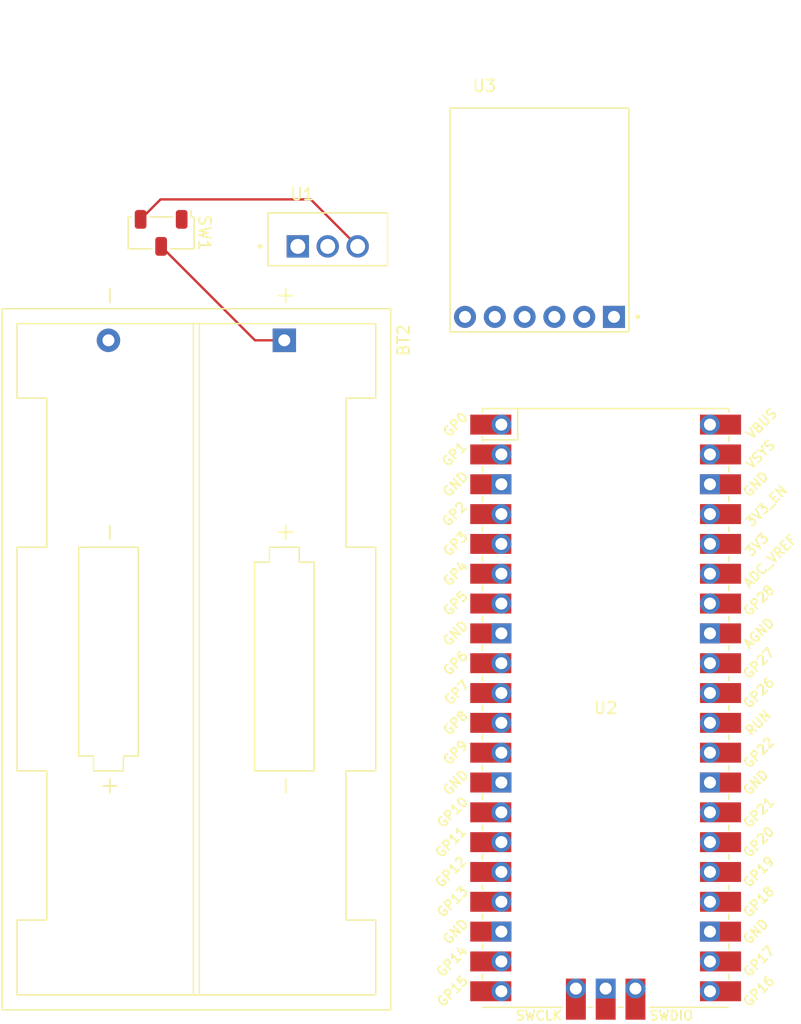
<source format=kicad_pcb>
(kicad_pcb (version 20241229) (generator "pcbnew") (generator_version "9.0")
  (layers (0 "F.Cu" signal) (2 "B.Cu" signal) (13 "F.Paste" user) (15 "B.Paste" user) (5 "F.SilkS" user "F.Silkscreen") (7 "B.SilkS" user "B.Silkscreen") (1 "F.Mask" user) (3 "B.Mask" user) (25 "Edge.Cuts" user))
  (net 0 "")
  (net 1 "Net-(BT2-+)")
  (net 3 "Net-(SW1-A)")
  (net 4 "GND")
  (net 5 "/MCURX")
  (net 6 "/MCUTX")
  (net 8 "/3.3 V")
  (net 9 "Net-(BT1-+)")
  (net 16 "/SCL")
  (net 17 "/SDA")
  (net 22 "/DEBUG2")
  (net 24 "/DEBUG3")
  (net 43 "/DEBUG1")
  (net 44 "/FLIGHTLED")
  (footprint "Trantor:TO255P1020X450X1968-3" (layer "F.Cu") (at 118.7 42.895)
    (property "Reference" "U1" (at -2.175 -3.84 0) (layer "F.SilkS"))
    (property "Value" "LD1117V33")
    (fp_line (start -5.1 -2.25) (end 5.1 -2.25) (stroke (width 0.127)) (layer "F.SilkS"))
    (fp_line (start -5.1 2.25) (end -5.1 -2.25) (stroke (width 0.127)) (layer "F.SilkS"))
    (fp_line (start 5.1 -2.25) (end 5.1 2.25) (stroke (width 0.127)) (layer "F.SilkS"))
    (fp_line (start 5.1 2.25) (end -5.1 2.25) (stroke (width 0.127)) (layer "F.SilkS"))
    (fp_circle (center -5.75 0.605) (end -5.65 0.605) (stroke (width 0.2)) (fill no) (layer "F.SilkS"))
    (pad "1" thru_hole rect (at -2.55 0.605) (size 1.91 1.91) (drill 1.27) (layers "*.Cu" "*.Mask") (net 4 "GND"))
    (pad "2" thru_hole circle (at 0 0.605) (size 1.91 1.91) (drill 1.27) (layers "*.Cu" "*.Mask") (net 8 "/3.3 V"))
    (pad "3" thru_hole circle (at 2.55 0.605) (size 1.91 1.91) (drill 1.27) (layers "*.Cu" "*.Mask") (net 3 "Net-(SW1-A)"))
  )
  (footprint "Button_Switch_SMD:Nidec_Copal_CAS-120A" (layer "F.Cu") (at 104.5 42.35 -90)
    (property "Reference" "SW1" (at 0 -3.7 270) (layer "F.SilkS"))
    (property "Value" "SW_Nidec_CAS-120A1")
    (fp_line (start -1.36 2.81) (end -1.36 2.55) (stroke (width 0.12)) (layer "F.SilkS"))
    (fp_line (start 1.35 2.81) (end -1.35 2.81) (stroke (width 0.12)) (layer "F.SilkS"))
    (fp_line (start 1.36 0.8) (end 1.36 2.81) (stroke (width 0.12)) (layer "F.SilkS"))
    (fp_line (start -1.36 -0.98) (end -1.36 0.98) (stroke (width 0.12)) (layer "F.SilkS"))
    (fp_line (start -1.36 -2.55) (end -1.9 -2.55) (stroke (width 0.12)) (layer "F.SilkS"))
    (fp_line (start -1.36 -2.55) (end -1.36 -2.8) (stroke (width 0.12)) (layer "F.SilkS"))
    (fp_line (start -1.36 -2.81) (end 1.36 -2.81) (stroke (width 0.12)) (layer "F.SilkS"))
    (fp_line (start 1.36 -2.81) (end 1.36 -0.8) (stroke (width 0.12)) (layer "F.SilkS"))
    (pad "1" smd roundrect (at -1.15 -1.75 180) (size 1 1.6) (layers "F.Cu" "F.Mask" "F.Paste"))
    (pad "2" smd roundrect (at 1.15 0 180) (size 1 1.6) (layers "F.Cu" "F.Mask" "F.Paste") (net 1 "Net-(BT2-+)"))
    (pad "3" smd roundrect (at -1.15 1.75 180) (size 1 1.6) (layers "F.Cu" "F.Mask" "F.Paste") (net 3 "Net-(SW1-A)"))
  )
  (footprint "Trantor:MODULE_DEV-13712" (layer "F.Cu") (at 136.75 41.25)
    (property "Reference" "U3" (at -4.695 -11.41 0) (layer "F.SilkS"))
    (property "Value" "DEV-13712")
    (fp_line (start -7.62 -9.525) (end 7.62 -9.525) (stroke (width 0.127)) (layer "F.SilkS"))
    (fp_line (start -7.62 9.525) (end -7.62 -9.525) (stroke (width 0.127)) (layer "F.SilkS"))
    (fp_line (start 7.62 -9.525) (end 7.62 9.525) (stroke (width 0.127)) (layer "F.SilkS"))
    (fp_line (start 7.62 9.525) (end -7.62 9.525) (stroke (width 0.127)) (layer "F.SilkS"))
    (fp_circle (center 8.37 8.255) (end 8.47 8.255) (stroke (width 0.2)) (fill no) (layer "F.SilkS"))
    (pad "1" thru_hole rect (at 6.35 8.255) (size 1.8796 1.8796) (drill 1.016) (layers "*.Cu" "*.Mask"))
    (pad "2" thru_hole circle (at 3.81 8.255) (size 1.8796 1.8796) (drill 1.016) (layers "*.Cu" "*.Mask") (net 4 "GND"))
    (pad "3" thru_hole circle (at 1.27 8.255) (size 1.8796 1.8796) (drill 1.016) (layers "*.Cu" "*.Mask") (net 8 "/3.3 V"))
    (pad "4" thru_hole circle (at -1.27 8.255) (size 1.8796 1.8796) (drill 1.016) (layers "*.Cu" "*.Mask") (net 5 "/MCURX"))
    (pad "5" thru_hole circle (at -3.81 8.255) (size 1.8796 1.8796) (drill 1.016) (layers "*.Cu" "*.Mask") (net 6 "/MCUTX"))
    (pad "6" thru_hole circle (at -6.35 8.255) (size 1.8796 1.8796) (drill 1.016) (layers "*.Cu" "*.Mask") (net 4 "GND"))
  )
  (footprint "Trantor:RPi_Pico_SMD_TH" (layer "F.Cu") (at 142.39 82.81)
    (property "Reference" "U2" (at 0 0 0) (layer "F.SilkS"))
    (property "Value" "Pico 2")
    (fp_line (start -10.5 -25.5) (end -10.5 -25.2) (stroke (width 0.12)) (layer "F.SilkS"))
    (fp_line (start -10.5 -25.5) (end 10.5 -25.5) (stroke (width 0.12)) (layer "F.SilkS"))
    (fp_line (start -10.5 -23.1) (end -10.5 -22.7) (stroke (width 0.12)) (layer "F.SilkS"))
    (fp_line (start -10.5 -22.833) (end -7.493 -22.833) (stroke (width 0.12)) (layer "F.SilkS"))
    (fp_line (start -10.5 -20.5) (end -10.5 -20.1) (stroke (width 0.12)) (layer "F.SilkS"))
    (fp_line (start -10.5 -18) (end -10.5 -17.6) (stroke (width 0.12)) (layer "F.SilkS"))
    (fp_line (start -10.5 -15.4) (end -10.5 -15) (stroke (width 0.12)) (layer "F.SilkS"))
    (fp_line (start -10.5 -12.9) (end -10.5 -12.5) (stroke (width 0.12)) (layer "F.SilkS"))
    (fp_line (start -10.5 -10.4) (end -10.5 -10) (stroke (width 0.12)) (layer "F.SilkS"))
    (fp_line (start -10.5 -7.8) (end -10.5 -7.4) (stroke (width 0.12)) (layer "F.SilkS"))
    (fp_line (start -10.5 -5.3) (end -10.5 -4.9) (stroke (width 0.12)) (layer "F.SilkS"))
    (fp_line (start -10.5 -2.7) (end -10.5 -2.3) (stroke (width 0.12)) (layer "F.SilkS"))
    (fp_line (start -10.5 -0.2) (end -10.5 0.2) (stroke (width 0.12)) (layer "F.SilkS"))
    (fp_line (start -10.5 2.3) (end -10.5 2.7) (stroke (width 0.12)) (layer "F.SilkS"))
    (fp_line (start -10.5 4.9) (end -10.5 5.3) (stroke (width 0.12)) (layer "F.SilkS"))
    (fp_line (start -10.5 7.4) (end -10.5 7.8) (stroke (width 0.12)) (layer "F.SilkS"))
    (fp_line (start -10.5 10) (end -10.5 10.4) (stroke (width 0.12)) (layer "F.SilkS"))
    (fp_line (start -10.5 12.5) (end -10.5 12.9) (stroke (width 0.12)) (layer "F.SilkS"))
    (fp_line (start -10.5 15.1) (end -10.5 15.5) (stroke (width 0.12)) (layer "F.SilkS"))
    (fp_line (start -10.5 17.6) (end -10.5 18) (stroke (width 0.12)) (layer "F.SilkS"))
    (fp_line (start -10.5 20.1) (end -10.5 20.5) (stroke (width 0.12)) (layer "F.SilkS"))
    (fp_line (start -10.5 22.7) (end -10.5 23.1) (stroke (width 0.12)) (layer "F.SilkS"))
    (fp_line (start -7.493 -22.833) (end -7.493 -25.5) (stroke (width 0.12)) (layer "F.SilkS"))
    (fp_line (start -3.7 25.5) (end -10.5 25.5) (stroke (width 0.12)) (layer "F.SilkS"))
    (fp_line (start -1.5 25.5) (end -1.1 25.5) (stroke (width 0.12)) (layer "F.SilkS"))
    (fp_line (start 1.1 25.5) (end 1.5 25.5) (stroke (width 0.12)) (layer "F.SilkS"))
    (fp_line (start 10.5 -25.5) (end 10.5 -25.2) (stroke (width 0.12)) (layer "F.SilkS"))
    (fp_line (start 10.5 -23.1) (end 10.5 -22.7) (stroke (width 0.12)) (layer "F.SilkS"))
    (fp_line (start 10.5 -20.5) (end 10.5 -20.1) (stroke (width 0.12)) (layer "F.SilkS"))
    (fp_line (start 10.5 -18) (end 10.5 -17.6) (stroke (width 0.12)) (layer "F.SilkS"))
    (fp_line (start 10.5 -15.4) (end 10.5 -15) (stroke (width 0.12)) (layer "F.SilkS"))
    (fp_line (start 10.5 -12.9) (end 10.5 -12.5) (stroke (width 0.12)) (layer "F.SilkS"))
    (fp_line (start 10.5 -10.4) (end 10.5 -10) (stroke (width 0.12)) (layer "F.SilkS"))
    (fp_line (start 10.5 -7.8) (end 10.5 -7.4) (stroke (width 0.12)) (layer "F.SilkS"))
    (fp_line (start 10.5 -5.3) (end 10.5 -4.9) (stroke (width 0.12)) (layer "F.SilkS"))
    (fp_line (start 10.5 -2.7) (end 10.5 -2.3) (stroke (width 0.12)) (layer "F.SilkS"))
    (fp_line (start 10.5 -0.2) (end 10.5 0.2) (stroke (width 0.12)) (layer "F.SilkS"))
    (fp_line (start 10.5 2.3) (end 10.5 2.7) (stroke (width 0.12)) (layer "F.SilkS"))
    (fp_line (start 10.5 4.9) (end 10.5 5.3) (stroke (width 0.12)) (layer "F.SilkS"))
    (fp_line (start 10.5 7.4) (end 10.5 7.8) (stroke (width 0.12)) (layer "F.SilkS"))
    (fp_line (start 10.5 10) (end 10.5 10.4) (stroke (width 0.12)) (layer "F.SilkS"))
    (fp_line (start 10.5 12.5) (end 10.5 12.9) (stroke (width 0.12)) (layer "F.SilkS"))
    (fp_line (start 10.5 15.1) (end 10.5 15.5) (stroke (width 0.12)) (layer "F.SilkS"))
    (fp_line (start 10.5 17.6) (end 10.5 18) (stroke (width 0.12)) (layer "F.SilkS"))
    (fp_line (start 10.5 20.1) (end 10.5 20.5) (stroke (width 0.12)) (layer "F.SilkS"))
    (fp_line (start 10.5 22.7) (end 10.5 23.1) (stroke (width 0.12)) (layer "F.SilkS"))
    (fp_line (start 10.5 25.5) (end 3.7 25.5) (stroke (width 0.12)) (layer "F.SilkS"))
    (fp_text user "3V3_EN" (at 13.7 -17.2 45) (layer "F.SilkS") (effects (font (size 0.8 0.8))))
    (fp_text user "GP19" (at 13.054 13.97 45) (layer "F.SilkS") (effects (font (size 0.8 0.8))))
    (fp_text user "AGND" (at 13.054 -6.35 45) (layer "F.SilkS") (effects (font (size 0.8 0.8))))
    (fp_text user "GP3" (at -12.8 -13.97 45) (layer "F.SilkS") (effects (font (size 0.8 0.8))))
    (fp_text user "GP1" (at -12.9 -21.6 45) (layer "F.SilkS") (effects (font (size 0.8 0.8))))
    (fp_text user "GND" (at -12.8 19.05 45) (layer "F.SilkS") (effects (font (size 0.8 0.8))))
    (fp_text user "GP14" (at -13.1 21.59 45) (layer "F.SilkS") (effects (font (size 0.8 0.8))))
    (fp_text user "GP9" (at -12.8 3.81 45) (layer "F.SilkS") (effects (font (size 0.8 0.8))))
    (fp_text user "SWCLK" (at -5.7 26.2 0) (layer "F.SilkS") (effects (font (size 0.8 0.8))))
    (fp_text user "VBUS" (at 13.3 -24.2 45) (layer "F.SilkS") (effects (font (size 0.8 0.8))))
    (fp_text user "GP2" (at -12.9 -16.51 45) (layer "F.SilkS") (effects (font (size 0.8 0.8))))
    (fp_text user "GP16" (at 13.054 24.13 45) (layer "F.SilkS") (effects (font (size 0.8 0.8))))
    (fp_text user "GND" (at 12.8 19.05 45) (layer "F.SilkS") (effects (font (size 0.8 0.8))))
    (fp_text user "GP18" (at 13.054 16.51 45) (layer "F.SilkS") (effects (font (size 0.8 0.8))))
    (fp_text user "GP27" (at 13.054 -3.8 45) (layer "F.SilkS") (effects (font (size 0.8 0.8))))
    (fp_text user "GP11" (at -13.2 11.43 45) (layer "F.SilkS") (effects (font (size 0.8 0.8))))
    (fp_text user "ADC_VREF" (at 14 -12.5 45) (layer "F.SilkS") (effects (font (size 0.8 0.8))))
    (fp_text user "GP15" (at -13.054 24.13 45) (layer "F.SilkS") (effects (font (size 0.8 0.8))))
    (fp_text user "GND" (at -12.8 6.35 45) (layer "F.SilkS") (effects (font (size 0.8 0.8))))
    (fp_text user "GND" (at -12.8 -6.35 45) (layer "F.SilkS") (effects (font (size 0.8 0.8))))
    (fp_text user "SWDIO" (at 5.6 26.2 0) (layer "F.SilkS") (effects (font (size 0.8 0.8))))
    (fp_text user "VSYS" (at 13.2 -21.59 45) (layer "F.SilkS") (effects (font (size 0.8 0.8))))
    (fp_text user "GP20" (at 13.054 11.43 45) (layer "F.SilkS") (effects (font (size 0.8 0.8))))
    (fp_text user "GP28" (at 13.054 -9.144 45) (layer "F.SilkS") (effects (font (size 0.8 0.8))))
    (fp_text user "GP6" (at -12.8 -3.81 45) (layer "F.SilkS") (effects (font (size 0.8 0.8))))
    (fp_text user "GP21" (at 13.054 8.9 45) (layer "F.SilkS") (effects (font (size 0.8 0.8))))
    (fp_text user "GP22" (at 13.054 3.81 45) (layer "F.SilkS") (effects (font (size 0.8 0.8))))
    (fp_text user "GP10" (at -13.054 8.89 45) (layer "F.SilkS") (effects (font (size 0.8 0.8))))
    (fp_text user "GP5" (at -12.8 -8.89 45) (layer "F.SilkS") (effects (font (size 0.8 0.8))))
    (fp_text user "GP4" (at -12.8 -11.43 45) (layer "F.SilkS") (effects (font (size 0.8 0.8))))
    (fp_text user "GP12" (at -13.2 13.97 45) (layer "F.SilkS") (effects (font (size 0.8 0.8))))
    (fp_text user "GP26" (at 13.054 -1.27 45) (layer "F.SilkS") (effects (font (size 0.8 0.8))))
    (fp_text user "GND" (at 12.8 -19.05 45) (layer "F.SilkS") (effects (font (size 0.8 0.8))))
    (fp_text user "3V3" (at 12.9 -13.9 45) (layer "F.SilkS") (effects (font (size 0.8 0.8))))
    (fp_text user "GND" (at -12.8 -19.05 45) (layer "F.SilkS") (effects (font (size 0.8 0.8))))
    (fp_text user "GP0" (at -12.8 -24.13 45) (layer "F.SilkS") (effects (font (size 0.8 0.8))))
    (fp_text user "GP8" (at -12.8 1.27 45) (layer "F.SilkS") (effects (font (size 0.8 0.8))))
    (fp_text user "GP17" (at 13.054 21.59 45) (layer "F.SilkS") (effects (font (size 0.8 0.8))))
    (fp_text user "GP7" (at -12.7 -1.3 45) (layer "F.SilkS") (effects (font (size 0.8 0.8))))
    (fp_text user "RUN" (at 13 1.27 45) (layer "F.SilkS") (effects (font (size 0.8 0.8))))
    (fp_text user "GND" (at 12.8 6.35 45) (layer "F.SilkS") (effects (font (size 0.8 0.8))))
    (fp_text user "GP13" (at -13.054 16.51 45) (layer "F.SilkS") (effects (font (size 0.8 0.8))))
    (pad "" np_thru_hole oval (at -2.725 -24) (size 1.8 1.8) (drill 1.8) (layers "*.Cu" "*.Mask"))
    (pad "" np_thru_hole oval (at -2.425 -20.97) (size 1.5 1.5) (drill 1.5) (layers "*.Cu" "*.Mask"))
    (pad "" np_thru_hole oval (at 2.425 -20.97) (size 1.5 1.5) (drill 1.5) (layers "*.Cu" "*.Mask"))
    (pad "" np_thru_hole oval (at 2.725 -24) (size 1.8 1.8) (drill 1.8) (layers "*.Cu" "*.Mask"))
    (pad "1" thru_hole oval (at -8.89 -24.13) (size 1.7 1.7) (drill 1.02) (layers "*.Cu" "*.Mask") (net 6 "/MCUTX"))
    (pad "1" smd rect (at -8.89 -24.13) (size 3.5 1.7) (drill (offset -0.9 0)) (layers "F.Cu" "F.Mask") (net 6 "/MCUTX"))
    (pad "2" thru_hole oval (at -8.89 -21.59) (size 1.7 1.7) (drill 1.02) (layers "*.Cu" "*.Mask") (net 5 "/MCURX"))
    (pad "2" smd rect (at -8.89 -21.59) (size 3.5 1.7) (drill (offset -0.9 0)) (layers "F.Cu" "F.Mask") (net 5 "/MCURX"))
    (pad "3" thru_hole rect (at -8.89 -19.05) (size 1.7 1.7) (drill 1.02) (layers "*.Cu" "*.Mask") (net 4 "GND"))
    (pad "3" smd rect (at -8.89 -19.05) (size 3.5 1.7) (drill (offset -0.9 0)) (layers "F.Cu" "F.Mask") (net 4 "GND"))
    (pad "4" thru_hole oval (at -8.89 -16.51) (size 1.7 1.7) (drill 1.02) (layers "*.Cu" "*.Mask"))
    (pad "4" smd rect (at -8.89 -16.51) (size 3.5 1.7) (drill (offset -0.9 0)) (layers "F.Cu" "F.Mask"))
    (pad "5" thru_hole oval (at -8.89 -13.97) (size 1.7 1.7) (drill 1.02) (layers "*.Cu" "*.Mask"))
    (pad "5" smd rect (at -8.89 -13.97) (size 3.5 1.7) (drill (offset -0.9 0)) (layers "F.Cu" "F.Mask"))
    (pad "6" thru_hole oval (at -8.89 -11.43) (size 1.7 1.7) (drill 1.02) (layers "*.Cu" "*.Mask") (net 17 "/SDA"))
    (pad "6" smd rect (at -8.89 -11.43) (size 3.5 1.7) (drill (offset -0.9 0)) (layers "F.Cu" "F.Mask") (net 17 "/SDA"))
    (pad "7" thru_hole oval (at -8.89 -8.89) (size 1.7 1.7) (drill 1.02) (layers "*.Cu" "*.Mask") (net 16 "/SCL"))
    (pad "7" smd rect (at -8.89 -8.89) (size 3.5 1.7) (drill (offset -0.9 0)) (layers "F.Cu" "F.Mask") (net 16 "/SCL"))
    (pad "8" thru_hole rect (at -8.89 -6.35) (size 1.7 1.7) (drill 1.02) (layers "*.Cu" "*.Mask"))
    (pad "8" smd rect (at -8.89 -6.35) (size 3.5 1.7) (drill (offset -0.9 0)) (layers "F.Cu" "F.Mask"))
    (pad "9" thru_hole oval (at -8.89 -3.81) (size 1.7 1.7) (drill 1.02) (layers "*.Cu" "*.Mask"))
    (pad "9" smd rect (at -8.89 -3.81) (size 3.5 1.7) (drill (offset -0.9 0)) (layers "F.Cu" "F.Mask"))
    (pad "10" thru_hole oval (at -8.89 -1.27) (size 1.7 1.7) (drill 1.02) (layers "*.Cu" "*.Mask"))
    (pad "10" smd rect (at -8.89 -1.27) (size 3.5 1.7) (drill (offset -0.9 0)) (layers "F.Cu" "F.Mask"))
    (pad "11" thru_hole oval (at -8.89 1.27) (size 1.7 1.7) (drill 1.02) (layers "*.Cu" "*.Mask"))
    (pad "11" smd rect (at -8.89 1.27) (size 3.5 1.7) (drill (offset -0.9 0)) (layers "F.Cu" "F.Mask"))
    (pad "12" thru_hole oval (at -8.89 3.81) (size 1.7 1.7) (drill 1.02) (layers "*.Cu" "*.Mask"))
    (pad "12" smd rect (at -8.89 3.81) (size 3.5 1.7) (drill (offset -0.9 0)) (layers "F.Cu" "F.Mask"))
    (pad "13" thru_hole rect (at -8.89 6.35) (size 1.7 1.7) (drill 1.02) (layers "*.Cu" "*.Mask"))
    (pad "13" smd rect (at -8.89 6.35) (size 3.5 1.7) (drill (offset -0.9 0)) (layers "F.Cu" "F.Mask"))
    (pad "14" thru_hole oval (at -8.89 8.89) (size 1.7 1.7) (drill 1.02) (layers "*.Cu" "*.Mask"))
    (pad "14" smd rect (at -8.89 8.89) (size 3.5 1.7) (drill (offset -0.9 0)) (layers "F.Cu" "F.Mask"))
    (pad "15" thru_hole oval (at -8.89 11.43) (size 1.7 1.7) (drill 1.02) (layers "*.Cu" "*.Mask"))
    (pad "15" smd rect (at -8.89 11.43) (size 3.5 1.7) (drill (offset -0.9 0)) (layers "F.Cu" "F.Mask"))
    (pad "16" thru_hole oval (at -8.89 13.97) (size 1.7 1.7) (drill 1.02) (layers "*.Cu" "*.Mask"))
    (pad "16" smd rect (at -8.89 13.97) (size 3.5 1.7) (drill (offset -0.9 0)) (layers "F.Cu" "F.Mask"))
    (pad "17" thru_hole oval (at -8.89 16.51) (size 1.7 1.7) (drill 1.02) (layers "*.Cu" "*.Mask"))
    (pad "17" smd rect (at -8.89 16.51) (size 3.5 1.7) (drill (offset -0.9 0)) (layers "F.Cu" "F.Mask"))
    (pad "18" thru_hole rect (at -8.89 19.05) (size 1.7 1.7) (drill 1.02) (layers "*.Cu" "*.Mask"))
    (pad "18" smd rect (at -8.89 19.05) (size 3.5 1.7) (drill (offset -0.9 0)) (layers "F.Cu" "F.Mask"))
    (pad "19" thru_hole oval (at -8.89 21.59) (size 1.7 1.7) (drill 1.02) (layers "*.Cu" "*.Mask"))
    (pad "19" smd rect (at -8.89 21.59) (size 3.5 1.7) (drill (offset -0.9 0)) (layers "F.Cu" "F.Mask"))
    (pad "20" thru_hole oval (at -8.89 24.13) (size 1.7 1.7) (drill 1.02) (layers "*.Cu" "*.Mask"))
    (pad "20" smd rect (at -8.89 24.13) (size 3.5 1.7) (drill (offset -0.9 0)) (layers "F.Cu" "F.Mask"))
    (pad "21" thru_hole oval (at 8.89 24.13) (size 1.7 1.7) (drill 1.02) (layers "*.Cu" "*.Mask"))
    (pad "21" smd rect (at 8.89 24.13) (size 3.5 1.7) (drill (offset 0.9 0)) (layers "F.Cu" "F.Mask"))
    (pad "22" thru_hole oval (at 8.89 21.59) (size 1.7 1.7) (drill 1.02) (layers "*.Cu" "*.Mask"))
    (pad "22" smd rect (at 8.89 21.59) (size 3.5 1.7) (drill (offset 0.9 0)) (layers "F.Cu" "F.Mask"))
    (pad "23" thru_hole rect (at 8.89 19.05) (size 1.7 1.7) (drill 1.02) (layers "*.Cu" "*.Mask"))
    (pad "23" smd rect (at 8.89 19.05) (size 3.5 1.7) (drill (offset 0.9 0)) (layers "F.Cu" "F.Mask"))
    (pad "24" thru_hole oval (at 8.89 16.51) (size 1.7 1.7) (drill 1.02) (layers "*.Cu" "*.Mask") (net 44 "/FLIGHTLED"))
    (pad "24" smd rect (at 8.89 16.51) (size 3.5 1.7) (drill (offset 0.9 0)) (layers "F.Cu" "F.Mask") (net 44 "/FLIGHTLED"))
    (pad "25" thru_hole oval (at 8.89 13.97) (size 1.7 1.7) (drill 1.02) (layers "*.Cu" "*.Mask") (net 24 "/DEBUG3"))
    (pad "25" smd rect (at 8.89 13.97) (size 3.5 1.7) (drill (offset 0.9 0)) (layers "F.Cu" "F.Mask") (net 24 "/DEBUG3"))
    (pad "26" thru_hole oval (at 8.89 11.43) (size 1.7 1.7) (drill 1.02) (layers "*.Cu" "*.Mask") (net 22 "/DEBUG2"))
    (pad "26" smd rect (at 8.89 11.43) (size 3.5 1.7) (drill (offset 0.9 0)) (layers "F.Cu" "F.Mask") (net 22 "/DEBUG2"))
    (pad "27" thru_hole oval (at 8.89 8.89) (size 1.7 1.7) (drill 1.02) (layers "*.Cu" "*.Mask") (net 43 "/DEBUG1"))
    (pad "27" smd rect (at 8.89 8.89) (size 3.5 1.7) (drill (offset 0.9 0)) (layers "F.Cu" "F.Mask") (net 43 "/DEBUG1"))
    (pad "28" thru_hole rect (at 8.89 6.35) (size 1.7 1.7) (drill 1.02) (layers "*.Cu" "*.Mask"))
    (pad "28" smd rect (at 8.89 6.35) (size 3.5 1.7) (drill (offset 0.9 0)) (layers "F.Cu" "F.Mask"))
    (pad "29" thru_hole oval (at 8.89 3.81) (size 1.7 1.7) (drill 1.02) (layers "*.Cu" "*.Mask"))
    (pad "29" smd rect (at 8.89 3.81) (size 3.5 1.7) (drill (offset 0.9 0)) (layers "F.Cu" "F.Mask"))
    (pad "30" thru_hole oval (at 8.89 1.27) (size 1.7 1.7) (drill 1.02) (layers "*.Cu" "*.Mask"))
    (pad "30" smd rect (at 8.89 1.27) (size 3.5 1.7) (drill (offset 0.9 0)) (layers "F.Cu" "F.Mask"))
    (pad "31" thru_hole oval (at 8.89 -1.27) (size 1.7 1.7) (drill 1.02) (layers "*.Cu" "*.Mask"))
    (pad "31" smd rect (at 8.89 -1.27) (size 3.5 1.7) (drill (offset 0.9 0)) (layers "F.Cu" "F.Mask"))
    (pad "32" thru_hole oval (at 8.89 -3.81) (size 1.7 1.7) (drill 1.02) (layers "*.Cu" "*.Mask"))
    (pad "32" smd rect (at 8.89 -3.81) (size 3.5 1.7) (drill (offset 0.9 0)) (layers "F.Cu" "F.Mask"))
    (pad "33" thru_hole rect (at 8.89 -6.35) (size 1.7 1.7) (drill 1.02) (layers "*.Cu" "*.Mask"))
    (pad "33" smd rect (at 8.89 -6.35) (size 3.5 1.7) (drill (offset 0.9 0)) (layers "F.Cu" "F.Mask"))
    (pad "34" thru_hole oval (at 8.89 -8.89) (size 1.7 1.7) (drill 1.02) (layers "*.Cu" "*.Mask"))
    (pad "34" smd rect (at 8.89 -8.89) (size 3.5 1.7) (drill (offset 0.9 0)) (layers "F.Cu" "F.Mask"))
    (pad "35" thru_hole oval (at 8.89 -11.43) (size 1.7 1.7) (drill 1.02) (layers "*.Cu" "*.Mask"))
    (pad "35" smd rect (at 8.89 -11.43) (size 3.5 1.7) (drill (offset 0.9 0)) (layers "F.Cu" "F.Mask"))
    (pad "36" thru_hole oval (at 8.89 -13.97) (size 1.7 1.7) (drill 1.02) (layers "*.Cu" "*.Mask"))
    (pad "36" smd rect (at 8.89 -13.97) (size 3.5 1.7) (drill (offset 0.9 0)) (layers "F.Cu" "F.Mask"))
    (pad "37" thru_hole oval (at 8.89 -16.51) (size 1.7 1.7) (drill 1.02) (layers "*.Cu" "*.Mask"))
    (pad "37" smd rect (at 8.89 -16.51) (size 3.5 1.7) (drill (offset 0.9 0)) (layers "F.Cu" "F.Mask"))
    (pad "38" thru_hole rect (at 8.89 -19.05) (size 1.7 1.7) (drill 1.02) (layers "*.Cu" "*.Mask") (net 4 "GND"))
    (pad "38" smd rect (at 8.89 -19.05) (size 3.5 1.7) (drill (offset 0.9 0)) (layers "F.Cu" "F.Mask") (net 4 "GND"))
    (pad "39" thru_hole oval (at 8.89 -21.59) (size 1.7 1.7) (drill 1.02) (layers "*.Cu" "*.Mask"))
    (pad "39" smd rect (at 8.89 -21.59) (size 3.5 1.7) (drill (offset 0.9 0)) (layers "F.Cu" "F.Mask"))
    (pad "40" thru_hole oval (at 8.89 -24.13) (size 1.7 1.7) (drill 1.02) (layers "*.Cu" "*.Mask"))
    (pad "40" smd rect (at 8.89 -24.13) (size 3.5 1.7) (drill (offset 0.9 0)) (layers "F.Cu" "F.Mask"))
    (pad "41" thru_hole oval (at -2.54 23.9) (size 1.7 1.7) (drill 1.02) (layers "*.Cu" "*.Mask"))
    (pad "41" smd rect (at -2.54 23.9 90) (size 3.5 1.7) (drill (offset -0.9 0)) (layers "F.Cu" "F.Mask"))
    (pad "42" thru_hole rect (at 0 23.9) (size 1.7 1.7) (drill 1.02) (layers "*.Cu" "*.Mask"))
    (pad "42" smd rect (at 0 23.9 90) (size 3.5 1.7) (drill (offset -0.9 0)) (layers "F.Cu" "F.Mask"))
    (pad "43" thru_hole oval (at 2.54 23.9) (size 1.7 1.7) (drill 1.02) (layers "*.Cu" "*.Mask"))
    (pad "43" smd rect (at 2.54 23.9 90) (size 3.5 1.7) (drill (offset -0.9 0)) (layers "F.Cu" "F.Mask"))
  )
  (footprint "Battery:BatteryHolder_Keystone_2462_2xAA" (layer "F.Cu") (at 115 51.5 -90)
    (property "Reference" "BT2" (at 0 -10.16 90) (layer "F.SilkS"))
    (property "Value" "Battery")
    (fp_line (start -2.69 24.055) (end 57.02 24.055) (stroke (width 0.12)) (layer "F.SilkS"))
    (fp_line (start 57.02 24.055) (end 57.02 -9.065) (stroke (width 0.12)) (layer "F.SilkS"))
    (fp_line (start -1.42 22.785) (end 4.925 22.785) (stroke (width 0.12)) (layer "F.SilkS"))
    (fp_line (start 4.925 22.785) (end 4.925 20.245) (stroke (width 0.12)) (layer "F.SilkS"))
    (fp_line (start 17.625 22.785) (end 36.675 22.785) (stroke (width 0.12)) (layer "F.SilkS"))
    (fp_line (start 36.675 22.785) (end 36.675 20.245) (stroke (width 0.12)) (layer "F.SilkS"))
    (fp_line (start 49.375 22.785) (end 49.375 20.245) (stroke (width 0.12)) (layer "F.SilkS"))
    (fp_line (start 55.75 22.785) (end 49.375 22.785) (stroke (width 0.12)) (layer "F.SilkS"))
    (fp_line (start 4.925 20.245) (end 17.625 20.245) (stroke (width 0.12)) (layer "F.SilkS"))
    (fp_line (start 17.625 20.245) (end 17.625 22.785) (stroke (width 0.12)) (layer "F.SilkS"))
    (fp_line (start 49.375 20.245) (end 36.675 20.245) (stroke (width 0.12)) (layer "F.SilkS"))
    (fp_line (start 17.625 17.53) (end 17.625 12.45) (stroke (width 0.12)) (layer "F.SilkS"))
    (fp_line (start 35.405 17.53) (end 17.625 17.53) (stroke (width 0.12)) (layer "F.SilkS"))
    (fp_line (start 35.405 16.26) (end 35.405 17.53) (stroke (width 0.12)) (layer "F.SilkS"))
    (fp_line (start 36.675 16.26) (end 35.405 16.26) (stroke (width 0.12)) (layer "F.SilkS"))
    (fp_line (start 35.405 13.72) (end 36.675 13.72) (stroke (width 0.12)) (layer "F.SilkS"))
    (fp_line (start 36.675 13.72) (end 36.675 16.26) (stroke (width 0.12)) (layer "F.SilkS"))
    (fp_line (start 17.625 12.45) (end 35.405 12.45) (stroke (width 0.12)) (layer "F.SilkS"))
    (fp_line (start 35.405 12.45) (end 35.405 13.72) (stroke (width 0.12)) (layer "F.SilkS"))
    (fp_line (start 55.75 7.749) (end -1.42 7.749) (stroke (width 0.12)) (layer "F.SilkS"))
    (fp_line (start -1.42 7.241) (end 55.75 7.241) (stroke (width 0.12)) (layer "F.SilkS"))
    (fp_line (start 18.895 2.54) (end 18.895 1.27) (stroke (width 0.12)) (layer "F.SilkS"))
    (fp_line (start 36.675 2.54) (end 18.895 2.54) (stroke (width 0.12)) (layer "F.SilkS"))
    (fp_line (start 17.625 1.27) (end 17.625 -1.27) (stroke (width 0.12)) (layer "F.SilkS"))
    (fp_line (start 18.895 1.27) (end 17.625 1.27) (stroke (width 0.12)) (layer "F.SilkS"))
    (fp_line (start 17.625 -1.27) (end 18.895 -1.27) (stroke (width 0.12)) (layer "F.SilkS"))
    (fp_line (start 18.895 -1.27) (end 18.895 -2.54) (stroke (width 0.12)) (layer "F.SilkS"))
    (fp_line (start 36.675 -1.27) (end 36.675 2.54) (stroke (width 0.12)) (layer "F.SilkS"))
    (fp_line (start 18.895 -2.54) (end 36.675 -2.54) (stroke (width 0.12)) (layer "F.SilkS"))
    (fp_line (start 36.675 -2.54) (end 36.675 -1.27) (stroke (width 0.12)) (layer "F.SilkS"))
    (fp_line (start 4.925 -5.255) (end 17.625 -5.255) (stroke (width 0.12)) (layer "F.SilkS"))
    (fp_line (start 4.925 -5.255) (end 4.925 -7.795) (stroke (width 0.12)) (layer "F.SilkS"))
    (fp_line (start 36.675 -5.255) (end 36.675 -7.795) (stroke (width 0.12)) (layer "F.SilkS"))
    (fp_line (start 49.375 -5.255) (end 36.675 -5.255) (stroke (width 0.12)) (layer "F.SilkS"))
    (fp_line (start -1.42 -7.795) (end -1.42 22.785) (stroke (width 0.12)) (layer "F.SilkS"))
    (fp_line (start 4.925 -7.795) (end -1.42 -7.795) (stroke (width 0.12)) (layer "F.SilkS"))
    (fp_line (start 17.625 -7.795) (end 17.625 -5.255) (stroke (width 0.12)) (layer "F.SilkS"))
    (fp_line (start 36.675 -7.795) (end 17.625 -7.795) (stroke (width 0.12)) (layer "F.SilkS"))
    (fp_line (start 49.375 -7.795) (end 49.375 -5.255) (stroke (width 0.12)) (layer "F.SilkS"))
    (fp_line (start 55.75 -7.795) (end 55.75 22.785) (stroke (width 0.12)) (layer "F.SilkS"))
    (fp_line (start 55.75 -7.795) (end 49.375 -7.795) (stroke (width 0.12)) (layer "F.SilkS"))
    (fp_line (start -2.69 -9.065) (end -2.69 24.055) (stroke (width 0.12)) (layer "F.SilkS"))
    (fp_line (start 57.02 -9.065) (end -2.69 -9.065) (stroke (width 0.12)) (layer "F.SilkS"))
    (fp_text user "+" (at 37.945 14.99 90) (layer "F.SilkS") (effects (font (size 1.5 1.5))))
    (fp_text user "+" (at 16.355 0 90) (layer "F.SilkS") (effects (font (size 1.5 1.5))))
    (fp_text user "-" (at 37.945 0 90) (layer "F.SilkS") (effects (font (size 1.5 1.5))))
    (fp_text user "-" (at -3.81 14.99 90) (layer "F.SilkS") (effects (font (size 1.5 1.5))))
    (fp_text user "-" (at 16.355 14.99 90) (layer "F.SilkS") (effects (font (size 1.5 1.5))))
    (fp_text user "+" (at -3.81 0 90) (layer "F.SilkS") (effects (font (size 1.5 1.5))))
    (pad "" np_thru_hole circle (at 27.165 0 270) (size 3.3 3.3) (drill 3.3) (layers "*.Cu" "*.Mask"))
    (pad "" np_thru_hole circle (at 27.165 14.99 270) (size 3.3 3.3) (drill 3.3) (layers "*.Cu" "*.Mask"))
    (pad "1" thru_hole rect (at 0 0 270) (size 2 2) (drill 1.02) (layers "*.Cu" "*.Mask") (net 1 "Net-(BT2-+)"))
    (pad "2" thru_hole circle (at 0 14.99 270) (size 2 2) (drill 1.02) (layers "*.Cu" "*.Mask") (net 9 "Net-(BT1-+)"))
  )
  (segment (start 104.5 43.5) (end 112.5 51.5) (width 0.2) (layer "F.Cu") (net 1))
  (segment (start 112.5 51.5) (end 115 51.5) (width 0.2) (layer "F.Cu") (net 1))
  (segment (start 104.45 39.5) (end 117.25 39.5) (width 0.2) (layer "F.Cu") (net 3))
  (segment (start 102.75 41.2) (end 104.45 39.5) (width 0.2) (layer "F.Cu") (net 3))
  (segment (start 117.25 39.5) (end 121.25 43.5) (width 0.2) (layer "F.Cu") (net 3))
)
</source>
